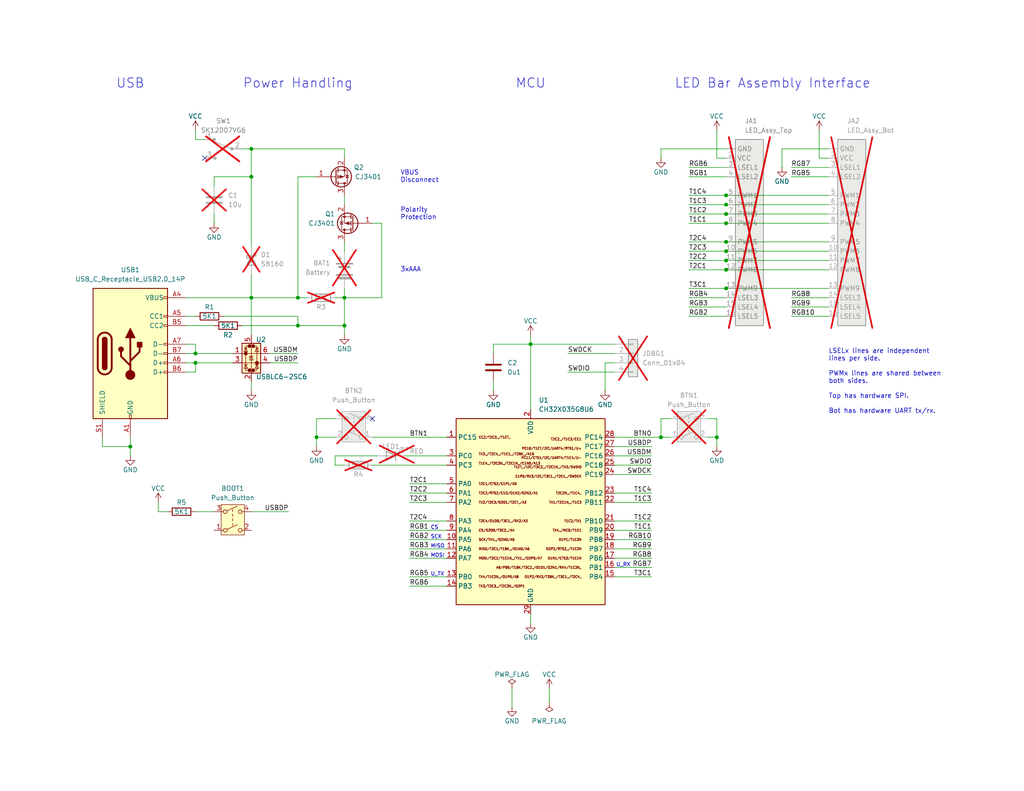
<source format=kicad_sch>
(kicad_sch (version 20231120) (generator "eeschema") (generator_version "8.0")
  (paper "USLetter")
  (lib_symbols
    (symbol "Connector:USB_C_Receptacle_USB2.0_14P" (pin_names (offset 1.016))
      (property "Reference" "J" (at 0 22.225 0))
      (property "Value" "USB_C_Receptacle_USB2.0_14P" (at 0 19.685 0))
      (symbol "USB_C_Receptacle_USB2.0_14P_0_0"
        (rectangle (start -0.254 -17.78) (end 0.254 -16.764))
        (rectangle (start 10.16 -4.826) (end 9.144 -5.334))
        (rectangle (start 10.16 -2.286) (end 9.144 -2.794))
        (rectangle (start 10.16 0.254) (end 9.144 -0.254))
        (rectangle (start 10.16 2.794) (end 9.144 2.286))
        (rectangle (start 10.16 7.874) (end 9.144 7.366))
        (rectangle (start 10.16 10.414) (end 9.144 9.906))
        (rectangle (start 10.16 15.494) (end 9.144 14.986))
      )
      (symbol "USB_C_Receptacle_USB2.0_14P_0_1"
        (rectangle (start -10.16 17.78) (end 10.16 -17.78) (stroke (width 0.254)) (fill (type background)))
        (arc (start -8.89 -3.81) (mid -6.985 -5.7067) (end -5.08 -3.81) (stroke (width 0.508)))
        (arc (start -7.62 -3.81) (mid -6.985 -4.4423) (end -6.35 -3.81) (stroke (width 0.254)))
        (arc (start -7.62 -3.81) (mid -6.985 -4.4423) (end -6.35 -3.81) (stroke (width 0.254)) (fill (type outline)))
        (rectangle (start -7.62 -3.81) (end -6.35 3.81) (stroke (width 0.254)) (fill (type outline)))
        (arc (start -6.35 3.81) (mid -6.985 4.4423) (end -7.62 3.81) (stroke (width 0.254)))
        (arc (start -6.35 3.81) (mid -6.985 4.4423) (end -7.62 3.81) (stroke (width 0.254)) (fill (type outline)))
        (arc (start -5.08 3.81) (mid -6.985 5.7067) (end -8.89 3.81) (stroke (width 0.508)))
        (circle (center -2.54 1.143) (radius 0.635) (stroke (width 0.254)) (fill (type outline)))
        (circle (center 0 -5.842) (radius 1.27) (fill (type outline)))
        (polyline (pts (xy -8.89 -3.81) (xy -8.89 3.81)) (stroke (width 0.508)))
        (polyline (pts (xy -5.08 3.81) (xy -5.08 -3.81)) (stroke (width 0.508)))
        (polyline (pts (xy 0 -5.842) (xy 0 4.318)) (stroke (width 0.508)))
        (polyline (pts (xy 0 -3.302) (xy -2.54 -0.762) (xy -2.54 0.508)) (stroke (width 0.508)))
        (polyline (pts (xy 0 -2.032) (xy 2.54 0.508) (xy 2.54 1.778)) (stroke (width 0.508)))
        (polyline (pts (xy -1.27 4.318) (xy 0 6.858) (xy 1.27 4.318) (xy -1.27 4.318)) (stroke (width 0.254)) (fill (type outline)))
        (rectangle (start 1.905 1.778) (end 3.175 3.048) (stroke (width 0.254)) (fill (type outline)))
      )
      (symbol "USB_C_Receptacle_USB2.0_14P_1_1"
        (pin passive line (at 0 -22.86 90) (length 5.08) (name "GND") (number "A1"))
        (pin passive line (at 0 -22.86 90) (length 5.08) hide (name "GND") (number "A12"))
        (pin passive line (at 15.24 15.24 180) (length 5.08) (name "VBUS") (number "A4"))
        (pin bidirectional line (at 15.24 10.16 180) (length 5.08) (name "CC1") (number "A5"))
        (pin bidirectional line (at 15.24 -2.54 180) (length 5.08) (name "D+") (number "A6"))
        (pin bidirectional line (at 15.24 2.54 180) (length 5.08) (name "D-") (number "A7"))
        (pin passive line (at 15.24 15.24 180) (length 5.08) hide (name "VBUS") (number "A9"))
        (pin passive line (at 0 -22.86 90) (length 5.08) hide (name "GND") (number "B1"))
        (pin passive line (at 0 -22.86 90) (length 5.08) hide (name "GND") (number "B12"))
        (pin passive line (at 15.24 15.24 180) (length 5.08) hide (name "VBUS") (number "B4"))
        (pin bidirectional line (at 15.24 7.62 180) (length 5.08) (name "CC2") (number "B5"))
        (pin bidirectional line (at 15.24 -5.08 180) (length 5.08) (name "D+") (number "B6"))
        (pin bidirectional line (at 15.24 0 180) (length 5.08) (name "D-") (number "B7"))
        (pin passive line (at 15.24 15.24 180) (length 5.08) hide (name "VBUS") (number "B9"))
        (pin passive line (at -7.62 -22.86 90) (length 5.08) (name "SHIELD") (number "S1"))
      )
    )
    (symbol "Connector_Generic:Conn_01x04" (pin_names (offset 1.016) hide)
      (property "Reference" "J" (at 0 5.08 0))
      (property "Value" "Conn_01x04" (at 0 -7.62 0))
      (symbol "Conn_01x04_1_1"
        (rectangle (start -1.27 -4.953) (end 0 -5.207) (stroke (width 0.1524)))
        (rectangle (start -1.27 -2.413) (end 0 -2.667) (stroke (width 0.1524)))
        (rectangle (start -1.27 0.127) (end 0 -0.127) (stroke (width 0.1524)))
        (rectangle (start -1.27 2.667) (end 0 2.413) (stroke (width 0.1524)))
        (rectangle (start -1.27 3.81) (end 1.27 -6.35) (stroke (width 0.254)) (fill (type background)))
        (pin passive line (at -5.08 2.54 0) (length 3.81) (name "Pin_1") (number "1"))
        (pin passive line (at -5.08 0 0) (length 3.81) (name "Pin_2") (number "2"))
        (pin passive line (at -5.08 -2.54 0) (length 3.81) (name "Pin_3") (number "3"))
        (pin passive line (at -5.08 -5.08 0) (length 3.81) (name "Pin_4") (number "4"))
      )
    )
    (symbol "Device:Battery" (pin_numbers hide) (pin_names (offset 0) hide)
      (property "Reference" "BT" (at 2.54 2.54 0))
      (property "Value" "Battery" (at 2.54 0 0))
      (symbol "Battery_0_1"
        (rectangle (start -2.286 -1.27) (end 2.286 -1.524) (fill (type outline)))
        (rectangle (start -2.286 1.778) (end 2.286 1.524) (fill (type outline)))
        (rectangle (start -1.524 -2.032) (end 1.524 -2.54) (fill (type outline)))
        (rectangle (start -1.524 1.016) (end 1.524 0.508) (fill (type outline)))
        (polyline (pts (xy 0 -1.016) (xy 0 -0.762)))
        (polyline (pts (xy 0 -0.508) (xy 0 -0.254)))
        (polyline (pts (xy 0 0) (xy 0 0.254)))
        (polyline (pts (xy 0 1.778) (xy 0 2.54)))
        (polyline (pts (xy 0.762 3.048) (xy 1.778 3.048)) (stroke (width 0.254)))
        (polyline (pts (xy 1.27 3.556) (xy 1.27 2.54)) (stroke (width 0.254)))
      )
      (symbol "Battery_1_1"
        (pin passive line (at 0 5.08 270) (length 2.54) (name "+") (number "1"))
        (pin passive line (at 0 -5.08 90) (length 2.54) (name "-") (number "2"))
      )
    )
    (symbol "Device:C" (pin_numbers hide) (pin_names (offset 0.254))
      (property "Reference" "C" (at 0.635 2.54 0))
      (property "Value" "C" (at 0.635 -2.54 0))
      (symbol "C_0_1"
        (polyline (pts (xy -2.032 -0.762) (xy 2.032 -0.762)) (stroke (width 0.508)))
        (polyline (pts (xy -2.032 0.762) (xy 2.032 0.762)) (stroke (width 0.508)))
      )
      (symbol "C_1_1"
        (pin passive line (at 0 3.81 270) (length 2.794) (name "~") (number "1"))
        (pin passive line (at 0 -3.81 90) (length 2.794) (name "~") (number "2"))
      )
    )
    (symbol "Device:D_Schottky" (pin_numbers hide) (pin_names (offset 1.016) hide)
      (property "Reference" "D" (at 0 2.54 0))
      (property "Value" "D_Schottky" (at 0 -2.54 0))
      (symbol "D_Schottky_0_1"
        (polyline (pts (xy 1.27 0) (xy -1.27 0)))
        (polyline (pts (xy 1.27 1.27) (xy 1.27 -1.27) (xy -1.27 0) (xy 1.27 1.27)) (stroke (width 0.254)))
        (polyline (pts (xy -1.905 0.635) (xy -1.905 1.27) (xy -1.27 1.27) (xy -1.27 -1.27) (xy -0.635 -1.27) (xy -0.635 -0.635)) (stroke (width 0.254)))
      )
      (symbol "D_Schottky_1_1"
        (pin passive line (at -3.81 0 0) (length 2.54) (name "K") (number "1"))
        (pin passive line (at 3.81 0 180) (length 2.54) (name "A") (number "2"))
      )
    )
    (symbol "Device:LED" (pin_numbers hide) (pin_names (offset 1.016) hide)
      (property "Reference" "D" (at 0 2.54 0))
      (property "Value" "LED" (at 0 -2.54 0))
      (symbol "LED_0_1"
        (polyline (pts (xy -1.27 -1.27) (xy -1.27 1.27)) (stroke (width 0.254)))
        (polyline (pts (xy -1.27 0) (xy 1.27 0)))
        (polyline (pts (xy 1.27 -1.27) (xy 1.27 1.27) (xy -1.27 0) (xy 1.27 -1.27)) (stroke (width 0.254)))
        (polyline (pts (xy -3.048 -0.762) (xy -4.572 -2.286) (xy -3.81 -2.286) (xy -4.572 -2.286) (xy -4.572 -1.524)))
        (polyline (pts (xy -1.778 -0.762) (xy -3.302 -2.286) (xy -2.54 -2.286) (xy -3.302 -2.286) (xy -3.302 -1.524)))
      )
      (symbol "LED_1_1"
        (pin passive line (at -3.81 0 0) (length 2.54) (name "K") (number "1"))
        (pin passive line (at 3.81 0 180) (length 2.54) (name "A") (number "2"))
      )
    )
    (symbol "Device:R" (pin_numbers hide) (pin_names (offset 0))
      (property "Reference" "R" (at 2.032 0 90))
      (property "Value" "R" (at 0 0 90))
      (symbol "R_0_1"
        (rectangle (start -1.016 -2.54) (end 1.016 2.54) (stroke (width 0.254)))
      )
      (symbol "R_1_1"
        (pin passive line (at 0 3.81 270) (length 1.27) (name "~") (number "1"))
        (pin passive line (at 0 -3.81 90) (length 1.27) (name "~") (number "2"))
      )
    )
    (symbol "LED_Assy_1"
      (property "Reference" "JA" (at -3.048 26.67 0))
      (property "Value" "LED_Assy" (at 6.858 26.924 0))
      (symbol "LED_Assy_1_0_1"
        (rectangle (start -3.81 25.4) (end 3.81 -25.4) (stroke (width 0.254)) (fill (type background)))
      )
      (symbol "LED_Assy_1_1_1"
        (pin power_in line (at -6.35 22.86 0) (length 2.54) (name "GND") (number "1"))
        (pin bidirectional line (at -6.35 -5.08 0) (length 2.54) (name "PWM6") (number "10"))
        (pin bidirectional line (at -6.35 -7.62 0) (length 2.54) (name "PWM7") (number "11"))
        (pin bidirectional line (at -6.35 -10.16 0) (length 2.54) (name "PWM8") (number "12"))
        (pin bidirectional line (at -6.35 -15.24 0) (length 2.54) (name "PWM9") (number "13"))
        (pin bidirectional line (at -6.35 -17.78 0) (length 2.54) (name "LSEL3") (number "14"))
        (pin bidirectional line (at -6.35 -20.32 0) (length 2.54) (name "LSEL4") (number "15"))
        (pin bidirectional line (at -6.35 -22.86 0) (length 2.54) (name "LSEL5") (number "16"))
        (pin power_in line (at -6.35 20.32 0) (length 2.54) (name "VCC") (number "2"))
        (pin bidirectional line (at -6.35 17.78 0) (length 2.54) (name "LSEL1") (number "3"))
        (pin bidirectional line (at -6.35 15.24 0) (length 2.54) (name "LSEL2") (number "4"))
        (pin bidirectional line (at -6.35 10.16 0) (length 2.54) (name "PWM1") (number "5"))
        (pin bidirectional line (at -6.35 7.62 0) (length 2.54) (name "PWM2") (number "6"))
        (pin bidirectional line (at -6.35 5.08 0) (length 2.54) (name "PWM3") (number "7"))
        (pin bidirectional line (at -6.35 2.54 0) (length 2.54) (name "PWM4") (number "8"))
        (pin bidirectional line (at -6.35 -2.54 0) (length 2.54) (name "PWM5") (number "9"))
      )
    )
    (symbol "Power_Protection:USBLC6-2SC6" (pin_names hide)
      (property "Reference" "U" (at 0.635 5.715 0))
      (property "Value" "USBLC6-2SC6" (at 0.635 3.81 0))
      (symbol "USBLC6-2SC6_0_0"
        (circle (center -1.524 0) (radius 0.0001) (stroke (width 0.508)))
        (circle (center -0.508 -4.572) (radius 0.0001) (stroke (width 0.508)))
        (circle (center -0.508 2.032) (radius 0.0001) (stroke (width 0.508)))
        (circle (center 0.508 -4.572) (radius 0.0001) (stroke (width 0.508)))
        (circle (center 0.508 2.032) (radius 0.0001) (stroke (width 0.508)))
        (circle (center 1.524 -2.54) (radius 0.0001) (stroke (width 0.508)))
      )
      (symbol "USBLC6-2SC6_0_1"
        (polyline (pts (xy -2.54 -2.54) (xy 2.54 -2.54)))
        (polyline (pts (xy -2.54 0) (xy 2.54 0)))
        (polyline (pts (xy -2.032 -3.048) (xy -1.016 -3.048)))
        (polyline (pts (xy -1.016 1.524) (xy -2.032 1.524)))
        (polyline (pts (xy 1.016 -3.048) (xy 2.032 -3.048)))
        (polyline (pts (xy 1.016 1.524) (xy 2.032 1.524)))
        (polyline (pts (xy -0.508 -1.143) (xy -0.508 -0.762) (xy 0.508 -0.762)))
        (polyline (pts (xy -2.032 0.508) (xy -1.016 0.508) (xy -1.524 1.524) (xy -2.032 0.508)))
        (polyline (pts (xy -1.016 -4.064) (xy -2.032 -4.064) (xy -1.524 -3.048) (xy -1.016 -4.064)))
        (polyline (pts (xy 0.508 -1.778) (xy -0.508 -1.778) (xy 0 -0.762) (xy 0.508 -1.778)))
        (polyline (pts (xy 2.032 -4.064) (xy 1.016 -4.064) (xy 1.524 -3.048) (xy 2.032 -4.064)))
        (polyline (pts (xy 2.032 0.508) (xy 1.016 0.508) (xy 1.524 1.524) (xy 2.032 0.508)))
        (polyline (pts (xy 0 2.54) (xy -0.508 2.032) (xy 0.508 2.032) (xy 0 1.524) (xy 0 -4.064) (xy -0.508 -4.572) (xy 0.508 -4.572) (xy 0 -5.08)))
      )
      (symbol "USBLC6-2SC6_1_1"
        (rectangle (start -2.54 2.794) (end 2.54 -5.334) (stroke (width 0.254)) (fill (type background)))
        (polyline (pts (xy -0.508 2.032) (xy -1.524 2.032) (xy -1.524 -4.572) (xy -0.508 -4.572)))
        (polyline (pts (xy 0.508 -4.572) (xy 1.524 -4.572) (xy 1.524 2.032) (xy 0.508 2.032)))
        (pin passive line (at -5.08 0 0) (length 2.54) (name "I/O1") (number "1"))
        (pin passive line (at 0 -7.62 90) (length 2.54) (name "GND") (number "2"))
        (pin passive line (at -5.08 -2.54 0) (length 2.54) (name "I/O2") (number "3"))
        (pin passive line (at 5.08 -2.54 180) (length 2.54) (name "I/O2") (number "4"))
        (pin passive line (at 0 5.08 270) (length 2.54) (name "VBUS") (number "5"))
        (pin passive line (at 5.08 0 180) (length 2.54) (name "I/O1") (number "6"))
      )
    )
    (symbol "Switch:SW_DPST" (pin_names (offset 0) hide)
      (property "Reference" "SW" (at 0 6.35 0))
      (property "Value" "SW_DPST" (at 0 -5.08 0))
      (symbol "SW_DPST_0_0"
        (circle (center -2.032 -2.54) (radius 0.508))
        (circle (center -2.032 2.54) (radius 0.508))
        (polyline (pts (xy -1.524 -2.286) (xy 1.27 -1.016)))
        (polyline (pts (xy -1.524 2.794) (xy 1.27 4.064)))
        (polyline (pts (xy 0 -1.27) (xy 0 -0.635)))
        (polyline (pts (xy 0 0) (xy 0 0.635)))
        (polyline (pts (xy 0 1.27) (xy 0 1.905)))
        (polyline (pts (xy 0 2.54) (xy 0 3.175)))
        (circle (center 2.032 -2.54) (radius 0.508))
        (circle (center 2.032 2.54) (radius 0.508))
      )
      (symbol "SW_DPST_1_1"
        (rectangle (start -3.175 4.445) (end 3.175 -3.81) (fill (type background)))
        (pin passive line (at -5.08 -2.54 0) (length 2.54) (name "1") (number "1"))
        (pin passive line (at 5.08 -2.54 180) (length 2.54) (name "2") (number "2"))
        (pin passive line (at -5.08 2.54 0) (length 2.54) (name "3") (number "3"))
        (pin passive line (at 5.08 2.54 180) (length 2.54) (name "4") (number "4"))
      )
    )
    (symbol "Transistor_FET:IRLML9301" (pin_names hide)
      (property "Reference" "Q" (at 5.08 1.905 0))
      (property "Value" "IRLML9301" (at 5.08 0 0))
      (symbol "IRLML9301_0_1"
        (polyline (pts (xy 0.254 0) (xy -2.54 0)))
        (polyline (pts (xy 0.254 1.905) (xy 0.254 -1.905)) (stroke (width 0.254)))
        (polyline (pts (xy 0.762 -1.27) (xy 0.762 -2.286)) (stroke (width 0.254)))
        (polyline (pts (xy 0.762 0.508) (xy 0.762 -0.508)) (stroke (width 0.254)))
        (polyline (pts (xy 0.762 2.286) (xy 0.762 1.27)) (stroke (width 0.254)))
        (polyline (pts (xy 2.54 2.54) (xy 2.54 1.778)))
        (polyline (pts (xy 2.54 -2.54) (xy 2.54 0) (xy 0.762 0)))
        (polyline (pts (xy 0.762 1.778) (xy 3.302 1.778) (xy 3.302 -1.778) (xy 0.762 -1.778)))
        (polyline (pts (xy 2.286 0) (xy 1.27 0.381) (xy 1.27 -0.381) (xy 2.286 0)) (fill (type outline)))
        (polyline (pts (xy 2.794 -0.508) (xy 2.921 -0.381) (xy 3.683 -0.381) (xy 3.81 -0.254)))
        (polyline (pts (xy 3.302 -0.381) (xy 2.921 0.254) (xy 3.683 0.254) (xy 3.302 -0.381)))
        (circle (center 1.651 0) (radius 2.794) (stroke (width 0.254)))
        (circle (center 2.54 -1.778) (radius 0.254) (fill (type outline)))
        (circle (center 2.54 1.778) (radius 0.254) (fill (type outline)))
      )
      (symbol "IRLML9301_1_1"
        (pin input line (at -5.08 0 0) (length 2.54) (name "G") (number "1"))
        (pin passive line (at 2.54 -5.08 90) (length 2.54) (name "S") (number "2"))
        (pin passive line (at 2.54 5.08 270) (length 2.54) (name "D") (number "3"))
      )
    )
    (symbol "_trueControl:CH32X035G8U6"
      (property "Reference" "U" (at -19.812 26.67 0))
      (property "Value" "CH32X035G8U6" (at 9.398 26.67 0))
      (symbol "CH32X035G8U6_0_1"
        (rectangle (start -20.32 25.4) (end 20.32 -25.4) (stroke (width 0.254)) (fill (type background)))
      )
      (symbol "CH32X035G8U6_1_1"
        (text "A9/PB5/T1BK/T3C2_/O1O1/O2N1/RX4/T1C3N_" (at 13.97 -15.24 0) (effects (font (size 0.635 0.635)) (justify right)))
        (text "C1P0/RX3/I2C/T3C1_/T2C1_/SWDCK" (at 13.97 9.652 0) (effects (font (size 0.635 0.635)) (justify right)))
        (text "CC2/T2C3_/T1ET_" (at -14.224 20.32 0) (effects (font (size 0.635 0.635)) (justify left)))
        (text "CS/O2O0/T3C2_/A4" (at -14.224 -5.08 0) (effects (font (size 0.635 0.635)) (justify left)))
        (text "MISO/T3C1/T1BK_/O1N0/A6" (at -14.224 -10.16 0) (effects (font (size 0.635 0.635)) (justify left)))
        (text "MOSI/T3C2/T1C1N_/TX1_/O2P0/A7" (at -14.224 -12.7 0) (effects (font (size 0.635 0.635)) (justify left)))
        (text "O1N1/CTS3/T1C1N" (at 13.97 -12.7 0) (effects (font (size 0.635 0.635)) (justify right)))
        (text "O1P1/T1C3N" (at 13.97 -7.62 0) (effects (font (size 0.635 0.635)) (justify right)))
        (text "O1P2/RX3/T2BK_/T3C1_/T2C4_" (at 13.97 -17.78 0) (effects (font (size 0.635 0.635)) (justify right)))
        (text "O2P2/RTS3_/T1C2N" (at 13.97 -10.16 0) (effects (font (size 0.635 0.635)) (justify right)))
        (text "PC10/T1ET/I2C/UART4/RTS1/U+" (at 13.97 17.272 0) (effects (font (size 0.635 0.635)) (justify right)))
        (text "PC11/CTS1/I2C/UART4/T1C4/U-" (at 13.97 14.732 0) (effects (font (size 0.635 0.635)) (justify right)))
        (text "SCK/TX4_/O2N0/A5" (at -14.224 -7.62 0) (effects (font (size 0.635 0.635)) (justify left)))
        (text "T1C2/TX1" (at 13.97 -2.54 0) (effects (font (size 0.635 0.635)) (justify right)))
        (text "T1C4_/T2C3N_/T2C1N_/C1N0/A13" (at -14.224 13.208 0) (effects (font (size 0.635 0.635)) (justify left)))
        (text "T1ET_/I2C/T3C2_/T2C1N_/TX3/SWDIO" (at 13.97 12.192 0) (effects (font (size 0.635 0.635)) (justify right)))
        (text "T2C1/CTS2/C1P1/A0" (at -14.224 7.62 0) (effects (font (size 0.635 0.635)) (justify left)))
        (text "T2C2/RTS2/C1O/O1N2/O2N2/A1" (at -14.224 5.08 0) (effects (font (size 0.635 0.635)) (justify left)))
        (text "T2C2_/T1C3/CC1" (at 13.97 19.812 0) (effects (font (size 0.635 0.635)) (justify right)))
        (text "T2C2N_/T1C4_" (at 13.97 5.08 0) (effects (font (size 0.635 0.635)) (justify right)))
        (text "T2C4/O1O0/T3C1_/RX2/A3" (at -14.224 -2.54 0) (effects (font (size 0.635 0.635)) (justify left)))
        (text "TX1/T2C1N_/T1C3" (at 13.97 2.54 0) (effects (font (size 0.635 0.635)) (justify right)))
        (text "TX2/T2C3/O2O1/T2ET_/A2" (at -14.224 2.54 0) (effects (font (size 0.635 0.635)) (justify left)))
        (text "TX2_/T2C4_/T1C1_/T2BK_/A10" (at -14.224 15.748 0) (effects (font (size 0.635 0.635)) (justify left)))
        (text "TX3/T2C3_/T2C3N_/O2P1" (at -14.224 -20.32 0) (effects (font (size 0.635 0.635)) (justify left)))
        (text "TX4/T1C2N_/O1P0/A8" (at -14.224 -17.78 0) (effects (font (size 0.635 0.635)) (justify left)))
        (text "TX4_/MCO/T1C1" (at 13.97 -5.08 0) (effects (font (size 0.635 0.635)) (justify right)))
        (pin bidirectional line (at -22.86 20.32 0) (length 2.54) (name "PC15") (number "1"))
        (pin bidirectional line (at -22.86 -7.62 0) (length 2.54) (name "PA5") (number "10"))
        (pin bidirectional line (at -22.86 -10.16 0) (length 2.54) (name "PA6") (number "11"))
        (pin bidirectional line (at -22.86 -12.7 0) (length 2.54) (name "PA7") (number "12"))
        (pin bidirectional line (at -22.86 -17.78 0) (length 2.54) (name "PB0") (number "13"))
        (pin bidirectional line (at -22.86 -20.32 0) (length 2.54) (name "PB3") (number "14"))
        (pin bidirectional line (at 22.86 -17.78 180) (length 2.54) (name "PB4") (number "15"))
        (pin bidirectional line (at 22.86 -15.24 180) (length 2.54) (name "PB1") (number "16"))
        (pin bidirectional line (at 22.86 -12.7 180) (length 2.54) (name "PB6") (number "17"))
        (pin bidirectional line (at 22.86 -10.16 180) (length 2.54) (name "PB7") (number "18"))
        (pin bidirectional line (at 22.86 -7.62 180) (length 2.54) (name "PB8") (number "19"))
        (pin power_in line (at 0 27.94 270) (length 2.54) (name "VDD") (number "2"))
        (pin bidirectional line (at 22.86 -5.08 180) (length 2.54) (name "PB9") (number "20"))
        (pin bidirectional line (at 22.86 -2.54 180) (length 2.54) (name "PB10") (number "21"))
        (pin bidirectional line (at 22.86 2.54 180) (length 2.54) (name "PB11") (number "22"))
        (pin bidirectional line (at 22.86 5.08 180) (length 2.54) (name "PB12") (number "23"))
        (pin bidirectional line (at 22.86 10.16 180) (length 2.54) (name "PC19") (number "24"))
        (pin bidirectional line (at 22.86 12.7 180) (length 2.54) (name "PC18") (number "25"))
        (pin bidirectional line (at 22.86 15.24 180) (length 2.54) (name "PC16") (number "26"))
        (pin bidirectional line (at 22.86 17.78 180) (length 2.54) (name "PC17") (number "27"))
        (pin bidirectional line (at 22.86 20.32 180) (length 2.54) (name "PC14") (number "28"))
        (pin power_in line (at 0 -27.94 90) (length 2.54) (name "GND") (number "29"))
        (pin bidirectional line (at -22.86 15.24 0) (length 2.54) (name "PC0") (number "3"))
        (pin bidirectional line (at -22.86 12.7 0) (length 2.54) (name "PC3") (number "4"))
        (pin bidirectional line (at -22.86 7.62 0) (length 2.54) (name "PA0") (number "5"))
        (pin bidirectional line (at -22.86 5.08 0) (length 2.54) (name "PA1") (number "6"))
        (pin bidirectional line (at -22.86 2.54 0) (length 2.54) (name "PA2") (number "7"))
        (pin bidirectional line (at -22.86 -2.54 0) (length 2.54) (name "PA3") (number "8"))
        (pin bidirectional line (at -22.86 -5.08 0) (length 2.54) (name "PA4") (number "9"))
      )
    )
    (symbol "_trueControl:LED_Assy"
      (property "Reference" "JA" (at -3.048 26.67 0))
      (property "Value" "LED_Assy" (at 6.858 26.924 0))
      (symbol "LED_Assy_0_1"
        (rectangle (start -3.81 25.4) (end 3.81 -25.4) (stroke (width 0.254)) (fill (type background)))
      )
      (symbol "LED_Assy_1_1"
        (pin power_in line (at -6.35 22.86 0) (length 2.54) (name "GND") (number "1"))
        (pin bidirectional line (at -6.35 -5.08 0) (length 2.54) (name "PWM6") (number "10"))
        (pin bidirectional line (at -6.35 -7.62 0) (length 2.54) (name "PWM7") (number "11"))
        (pin bidirectional line (at -6.35 -10.16 0) (length 2.54) (name "PWM8") (number "12"))
        (pin bidirectional line (at -6.35 -15.24 0) (length 2.54) (name "PWM9") (number "13"))
        (pin bidirectional line (at -6.35 -17.78 0) (length 2.54) (name "LSEL3") (number "14"))
        (pin bidirectional line (at -6.35 -20.32 0) (length 2.54) (name "LSEL4") (number "15"))
        (pin bidirectional line (at -6.35 -22.86 0) (length 2.54) (name "LSEL5") (number "16"))
        (pin power_in line (at -6.35 20.32 0) (length 2.54) (name "VCC") (number "2"))
        (pin bidirectional line (at -6.35 17.78 0) (length 2.54) (name "LSEL1") (number "3"))
        (pin bidirectional line (at -6.35 15.24 0) (length 2.54) (name "LSEL2") (number "4"))
        (pin bidirectional line (at -6.35 10.16 0) (length 2.54) (name "PWM1") (number "5"))
        (pin bidirectional line (at -6.35 7.62 0) (length 2.54) (name "PWM2") (number "6"))
        (pin bidirectional line (at -6.35 5.08 0) (length 2.54) (name "PWM3") (number "7"))
        (pin bidirectional line (at -6.35 2.54 0) (length 2.54) (name "PWM4") (number "8"))
        (pin bidirectional line (at -6.35 -2.54 0) (length 2.54) (name "PWM5") (number "9"))
      )
    )
    (symbol "dk_Slide-Switches:EG1218" (pin_names (offset 0))
      (property "Reference" "S" (at -3.81 2.286 0))
      (property "Value" "EG1218" (at 0 -5.334 0))
      (symbol "EG1218_0_1"
        (circle (center -2.286 0) (radius 0.3556) (fill (type outline)))
        (polyline (pts (xy -2.032 0) (xy 3.048 2.286)))
        (circle (center 2.286 -2.54) (radius 0.3556) (fill (type outline)))
        (circle (center 2.54 2.54) (radius 0.3556) (fill (type outline)))
      )
      (symbol "EG1218_1_1"
        (pin passive line (at 5.08 2.54 180) (length 2.54) (name "~") (number "1"))
        (pin passive line (at -5.08 0 0) (length 2.54) (name "~") (number "2"))
        (pin passive line (at 5.08 -2.54 180) (length 2.54) (name "~") (number "3"))
      )
    )
    (symbol "power:+3.3V" (power) (pin_numbers hide) (pin_names (offset 0) hide)
      (property "Value" "+3.3V" (at 0 3.556 0))
      (symbol "+3.3V_0_1"
        (polyline (pts (xy -0.762 1.27) (xy 0 2.54)))
        (polyline (pts (xy 0 0) (xy 0 2.54)))
        (polyline (pts (xy 0 2.54) (xy 0.762 1.27)))
      )
      (symbol "+3.3V_1_1"
        (pin power_in line (at 0 0 90) (length 0) (name "~") (number "1"))
      )
    )
    (symbol "power:GND" (power) (pin_numbers hide) (pin_names (offset 0) hide)
      (property "Value" "GND" (at 0 -3.81 0))
      (symbol "GND_0_1"
        (polyline (pts (xy 0 0) (xy 0 -1.27) (xy 1.27 -1.27) (xy 0 -2.54) (xy -1.27 -1.27) (xy 0 -1.27)))
      )
      (symbol "GND_1_1"
        (pin power_in line (at 0 0 270) (length 0) (name "~") (number "1"))
      )
    )
    (symbol "power:PWR_FLAG" (power) (pin_numbers hide) (pin_names (offset 0) hide)
      (property "Value" "PWR_FLAG" (at 0 3.81 0))
      (symbol "PWR_FLAG_0_0"
        (pin power_out line (at 0 0 90) (length 0) (name "~") (number "1"))
      )
      (symbol "PWR_FLAG_0_1"
        (polyline (pts (xy 0 0) (xy 0 1.27) (xy -1.016 1.905) (xy 0 2.54) (xy 1.016 1.905) (xy 0 1.27)))
      )
    )
  )
  (junction (at 35.56 121.92))
  (junction (at 198.12 58.42))
  (junction (at 198.12 53.34))
  (junction (at 195.58 119.38))
  (junction (at 198.12 73.66))
  (junction (at 81.28 88.9))
  (junction (at 93.98 88.9))
  (junction (at 86.36 119.38))
  (junction (at 53.34 96.52))
  (junction (at 68.58 40.64))
  (junction (at 68.58 48.26))
  (junction (at 144.78 93.98))
  (junction (at 53.34 99.06))
  (junction (at 198.12 68.58))
  (junction (at 198.12 66.04))
  (junction (at 93.98 81.28))
  (junction (at 68.58 81.28))
  (junction (at 81.28 81.28))
  (junction (at 198.12 78.74))
  (junction (at 198.12 55.88))
  (junction (at 180.34 119.38))
  (junction (at 198.12 71.12))
  (junction (at 198.12 60.96))
  (no_connect (at 55.88 43.18))
  (no_connect (at 101.6 114.3))
  (wire (pts (xy 73.66 99.06) (xy 81.28 99.06)))
  (wire (pts (xy 195.58 119.38) (xy 195.58 121.92)))
  (wire (pts (xy 198.12 58.42) (xy 226.06 58.42)))
  (wire (pts (xy 134.62 93.98) (xy 134.62 96.52)))
  (wire (pts (xy 53.34 99.06) (xy 63.5 99.06)))
  (wire (pts (xy 68.58 104.14) (xy 68.58 106.68)))
  (wire (pts (xy 167.64 147.32) (xy 177.8 147.32)))
  (wire (pts (xy 53.34 93.98) (xy 53.34 96.52)))
  (wire (pts (xy 53.34 35.56) (xy 53.34 38.1)))
  (wire (pts (xy 43.18 137.16) (xy 43.18 139.7)))
  (wire (pts (xy 144.78 91.44) (xy 144.78 93.98)))
  (wire (pts (xy 187.96 66.04) (xy 198.12 66.04)))
  (wire (pts (xy 215.9 83.82) (xy 226.06 83.82)))
  (wire (pts (xy 111.76 137.16) (xy 121.92 137.16)))
  (wire (pts (xy 91.44 124.46) (xy 102.87 124.46)))
  (wire (pts (xy 149.86 187.96) (xy 149.86 191.77)))
  (wire (pts (xy 213.36 40.64) (xy 213.36 45.72)))
  (wire (pts (xy 53.34 96.52) (xy 63.5 96.52)))
  (wire (pts (xy 93.98 127) (xy 91.44 127)))
  (wire (pts (xy 58.42 48.26) (xy 58.42 50.8)))
  (wire (pts (xy 198.12 78.74) (xy 226.06 78.74)))
  (wire (pts (xy 187.96 71.12) (xy 198.12 71.12)))
  (wire (pts (xy 91.44 81.28) (xy 93.98 81.28)))
  (wire (pts (xy 198.12 53.34) (xy 226.06 53.34)))
  (wire (pts (xy 167.64 152.4) (xy 177.8 152.4)))
  (wire (pts (xy 43.18 139.7) (xy 45.72 139.7)))
  (wire (pts (xy 111.76 160.02) (xy 121.92 160.02)))
  (wire (pts (xy 167.64 127) (xy 177.8 127)))
  (wire (pts (xy 93.98 43.18) (xy 93.98 40.64)))
  (wire (pts (xy 58.42 58.42) (xy 58.42 60.96)))
  (wire (pts (xy 187.96 45.72) (xy 198.12 45.72)))
  (wire (pts (xy 68.58 74.93) (xy 68.58 81.28)))
  (wire (pts (xy 139.7 187.96) (xy 139.7 193.04)))
  (wire (pts (xy 93.98 81.28) (xy 93.98 88.9)))
  (wire (pts (xy 81.28 88.9) (xy 93.98 88.9)))
  (wire (pts (xy 180.34 40.64) (xy 198.12 40.64)))
  (wire (pts (xy 111.76 132.08) (xy 121.92 132.08)))
  (wire (pts (xy 198.12 73.66) (xy 226.06 73.66)))
  (wire (pts (xy 93.98 68.58) (xy 93.98 66.04)))
  (wire (pts (xy 81.28 81.28) (xy 83.82 81.28)))
  (wire (pts (xy 187.96 73.66) (xy 198.12 73.66)))
  (wire (pts (xy 215.9 45.72) (xy 226.06 45.72)))
  (wire (pts (xy 187.96 60.96) (xy 198.12 60.96)))
  (wire (pts (xy 101.6 119.38) (xy 121.92 119.38)))
  (wire (pts (xy 198.12 71.12) (xy 226.06 71.12)))
  (wire (pts (xy 50.8 101.6) (xy 53.34 101.6)))
  (wire (pts (xy 68.58 48.26) (xy 68.58 67.31)))
  (wire (pts (xy 167.64 137.16) (xy 177.8 137.16)))
  (wire (pts (xy 81.28 88.9) (xy 81.28 86.36)))
  (wire (pts (xy 134.62 104.14) (xy 134.62 106.68)))
  (wire (pts (xy 27.94 119.38) (xy 27.94 121.92)))
  (wire (pts (xy 144.78 93.98) (xy 167.64 93.98)))
  (wire (pts (xy 53.34 99.06) (xy 53.34 101.6)))
  (wire (pts (xy 104.14 81.28) (xy 93.98 81.28)))
  (wire (pts (xy 101.6 127) (xy 121.92 127)))
  (wire (pts (xy 68.58 81.28) (xy 68.58 91.44)))
  (wire (pts (xy 111.76 142.24) (xy 121.92 142.24)))
  (wire (pts (xy 223.52 35.56) (xy 223.52 43.18)))
  (wire (pts (xy 86.36 48.26) (xy 81.28 48.26)))
  (wire (pts (xy 111.76 149.86) (xy 121.92 149.86)))
  (wire (pts (xy 198.12 60.96) (xy 226.06 60.96)))
  (wire (pts (xy 187.96 68.58) (xy 198.12 68.58)))
  (wire (pts (xy 187.96 81.28) (xy 198.12 81.28)))
  (wire (pts (xy 104.14 60.96) (xy 104.14 81.28)))
  (wire (pts (xy 111.76 134.62) (xy 121.92 134.62)))
  (wire (pts (xy 182.88 114.3) (xy 180.34 114.3)))
  (wire (pts (xy 215.9 81.28) (xy 226.06 81.28)))
  (wire (pts (xy 81.28 48.26) (xy 81.28 81.28)))
  (wire (pts (xy 27.94 121.92) (xy 35.56 121.92)))
  (wire (pts (xy 91.44 119.38) (xy 86.36 119.38)))
  (wire (pts (xy 111.76 144.78) (xy 121.92 144.78)))
  (wire (pts (xy 35.56 121.92) (xy 35.56 124.46)))
  (wire (pts (xy 180.34 119.38) (xy 182.88 119.38)))
  (wire (pts (xy 187.96 58.42) (xy 198.12 58.42)))
  (wire (pts (xy 66.04 40.64) (xy 68.58 40.64)))
  (wire (pts (xy 195.58 43.18) (xy 198.12 43.18)))
  (wire (pts (xy 213.36 40.64) (xy 226.06 40.64)))
  (wire (pts (xy 93.98 78.74) (xy 93.98 81.28)))
  (wire (pts (xy 50.8 96.52) (xy 53.34 96.52)))
  (wire (pts (xy 180.34 40.64) (xy 180.34 43.18)))
  (wire (pts (xy 167.64 121.92) (xy 177.8 121.92)))
  (wire (pts (xy 86.36 119.38) (xy 86.36 121.92)))
  (wire (pts (xy 167.64 144.78) (xy 177.8 144.78)))
  (wire (pts (xy 167.64 154.94) (xy 177.8 154.94)))
  (wire (pts (xy 215.9 86.36) (xy 226.06 86.36)))
  (wire (pts (xy 144.78 93.98) (xy 134.62 93.98)))
  (wire (pts (xy 167.64 124.46) (xy 177.8 124.46)))
  (wire (pts (xy 53.34 139.7) (xy 58.42 139.7)))
  (wire (pts (xy 81.28 81.28) (xy 68.58 81.28)))
  (wire (pts (xy 187.96 83.82) (xy 198.12 83.82)))
  (wire (pts (xy 167.64 149.86) (xy 177.8 149.86)))
  (wire (pts (xy 68.58 40.64) (xy 93.98 40.64)))
  (wire (pts (xy 180.34 114.3) (xy 180.34 119.38)))
  (wire (pts (xy 68.58 139.7) (xy 78.74 139.7)))
  (wire (pts (xy 50.8 81.28) (xy 68.58 81.28)))
  (wire (pts (xy 195.58 35.56) (xy 195.58 43.18)))
  (wire (pts (xy 35.56 119.38) (xy 35.56 121.92)))
  (wire (pts (xy 187.96 48.26) (xy 198.12 48.26)))
  (wire (pts (xy 93.98 88.9) (xy 93.98 91.44)))
  (wire (pts (xy 111.76 147.32) (xy 121.92 147.32)))
  (wire (pts (xy 53.34 38.1) (xy 55.88 38.1)))
  (wire (pts (xy 187.96 55.88) (xy 198.12 55.88)))
  (wire (pts (xy 93.98 53.34) (xy 93.98 55.88)))
  (wire (pts (xy 60.96 86.36) (xy 81.28 86.36)))
  (wire (pts (xy 223.52 43.18) (xy 226.06 43.18)))
  (wire (pts (xy 154.94 101.6) (xy 167.64 101.6)))
  (wire (pts (xy 167.64 157.48) (xy 177.8 157.48)))
  (wire (pts (xy 167.64 142.24) (xy 177.8 142.24)))
  (wire (pts (xy 154.94 96.52) (xy 167.64 96.52)))
  (wire (pts (xy 187.96 53.34) (xy 198.12 53.34)))
  (wire (pts (xy 50.8 99.06) (xy 53.34 99.06)))
  (wire (pts (xy 193.04 114.3) (xy 195.58 114.3)))
  (wire (pts (xy 167.64 134.62) (xy 177.8 134.62)))
  (wire (pts (xy 50.8 93.98) (xy 53.34 93.98)))
  (wire (pts (xy 165.1 99.06) (xy 167.64 99.06)))
  (wire (pts (xy 86.36 114.3) (xy 86.36 119.38)))
  (wire (pts (xy 68.58 40.64) (xy 68.58 48.26)))
  (wire (pts (xy 198.12 66.04) (xy 226.06 66.04)))
  (wire (pts (xy 73.66 96.52) (xy 81.28 96.52)))
  (wire (pts (xy 91.44 114.3) (xy 86.36 114.3)))
  (wire (pts (xy 198.12 55.88) (xy 226.06 55.88)))
  (wire (pts (xy 110.49 124.46) (xy 121.92 124.46)))
  (wire (pts (xy 198.12 68.58) (xy 226.06 68.58)))
  (wire (pts (xy 111.76 152.4) (xy 121.92 152.4)))
  (wire (pts (xy 144.78 167.64) (xy 144.78 170.18)))
  (wire (pts (xy 111.76 157.48) (xy 121.92 157.48)))
  (wire (pts (xy 58.42 48.26) (xy 68.58 48.26)))
  (wire (pts (xy 215.9 48.26) (xy 226.06 48.26)))
  (wire (pts (xy 101.6 60.96) (xy 104.14 60.96)))
  (wire (pts (xy 187.96 86.36) (xy 198.12 86.36)))
  (wire (pts (xy 187.96 78.74) (xy 198.12 78.74)))
  (wire (pts (xy 167.64 129.54) (xy 177.8 129.54)))
  (wire (pts (xy 195.58 114.3) (xy 195.58 119.38)))
  (wire (pts (xy 50.8 88.9) (xy 58.42 88.9)))
  (wire (pts (xy 165.1 99.06) (xy 165.1 106.68)))
  (wire (pts (xy 167.64 119.38) (xy 180.34 119.38)))
  (wire (pts (xy 91.44 127) (xy 91.44 124.46)))
  (wire (pts (xy 50.8 86.36) (xy 53.34 86.36)))
  (wire (pts (xy 144.78 93.98) (xy 144.78 111.76)))
  (wire (pts (xy 193.04 119.38) (xy 195.58 119.38)))
  (wire (pts (xy 66.04 88.9) (xy 81.28 88.9)))
  (text "U_TX" (at 117.475 156.845 0) (effects (font (size 1.016 1.016)) (justify left)))
  (text "U_RX" (at 172.085 154.305 0) (effects (font (size 1.016 1.016)) (justify right)))
  (text "Polarity\nProtection" (at 109.22 58.42 0) (effects (font (size 1.27 1.27)) (justify left)))
  (text "SCK" (at 117.475 146.685 0) (effects (font (size 1.016 1.016)) (justify left)))
  (text "LSELx lines are independent\nlines per side.\n\nPWMx lines are shared between\nboth sides.\n\nTop has hardware SPI.\n\nBot has hardware UART tx/rx." (at 226.06 104.14 0) (effects (font (size 1.27 1.27)) (justify left)))
  (text "LED Bar Assembly Interface" (at 210.82 22.86 0) (effects (font (size 2.54 2.54))))
  (text "USB" (at 35.56 22.86 0) (effects (font (size 2.54 2.54))))
  (text "MISO" (at 117.475 149.225 0) (effects (font (size 1.016 1.016)) (justify left)))
  (text "MCU" (at 144.78 22.86 0) (effects (font (size 2.54 2.54))))
  (text "MOSI" (at 117.475 151.765 0) (effects (font (size 1.016 1.016)) (justify left)))
  (text "VBUS\nDisconnect" (at 109.22 48.26 0) (effects (font (size 1.27 1.27)) (justify left)))
  (text "CS" (at 117.475 144.145 0) (effects (font (size 1.016 1.016)) (justify left)))
  (text "3xAAA" (at 109.22 73.66 0) (effects (font (size 1.27 1.27)) (justify left)))
  (text "Power Handling" (at 81.28 22.86 0) (effects (font (size 2.54 2.54))))
  (label "RGB4" (at 111.76 152.4 0))
  (label "T3C1" (at 187.96 78.74 0))
  (label "RGB6" (at 187.96 45.72 0))
  (label "USBDP" (at 78.74 139.7 180))
  (label "T2C2" (at 111.76 134.62 0))
  (label "T3C1" (at 177.8 157.48 180))
  (label "T2C4" (at 111.76 142.24 0))
  (label "USBDP" (at 81.28 99.06 180))
  (label "RGB10" (at 215.9 86.36 0))
  (label "SWDCK" (at 177.8 129.54 180))
  (label "USBDP" (at 177.8 121.92 180))
  (label "RGB3" (at 187.96 83.82 0))
  (label "RGB9" (at 177.8 149.86 180))
  (label "BTN1" (at 111.76 119.38 0))
  (label "T1C3" (at 177.8 137.16 180))
  (label "RGB7" (at 177.8 154.94 180))
  (label "T1C2" (at 187.96 58.42 0))
  (label "RGB7" (at 215.9 45.72 0))
  (label "SWDIO" (at 177.8 127 180))
  (label "T2C2" (at 187.96 71.12 0))
  (label "T2C3" (at 187.96 68.58 0))
  (label "RGB6" (at 111.76 160.02 0))
  (label "T1C1" (at 187.96 60.96 0))
  (label "RGB2" (at 187.96 86.36 0))
  (label "T2C1" (at 111.76 132.08 0))
  (label "T1C3" (at 187.96 55.88 0))
  (label "RGB8" (at 215.9 81.28 0))
  (label "USBDM" (at 177.8 124.46 180))
  (label "RGB5" (at 111.76 157.48 0))
  (label "RGB1" (at 187.96 48.26 0))
  (label "RGB4" (at 187.96 81.28 0))
  (label "T1C4" (at 187.96 53.34 0))
  (label "RGB5" (at 215.9 48.26 0))
  (label "T1C1" (at 177.8 144.78 180))
  (label "RGB10" (at 177.8 147.32 180))
  (label "T2C1" (at 187.96 73.66 0))
  (label "RGB2" (at 111.76 147.32 0))
  (label "T2C3" (at 111.76 137.16 0))
  (label "T2C4" (at 187.96 66.04 0))
  (label "USBDM" (at 81.28 96.52 180))
  (label "T1C4" (at 177.8 134.62 180))
  (label "T1C2" (at 177.8 142.24 180))
  (label "SWDCK" (at 154.94 96.52 0))
  (label "BTN0" (at 177.8 119.38 180))
  (label "RGB8" (at 177.8 152.4 180))
  (label "RGB3" (at 111.76 149.86 0))
  (label "RGB9" (at 215.9 83.82 0))
  (label "RGB1" (at 111.76 144.78 0))
  (label "SWDIO" (at 154.94 101.6 0))
  (symbol (lib_id "power:GND") (at 68.58 106.68 0) (unit 1)
    (property "Reference" "#PWR01" (effects (hide yes)))
    (property "Value" "GND" (at 68.58 110.49 0))
    (property "Description" "Power symbol creates a global label with name \"GND\" , ground" (effects (hide yes)))
  )
  (symbol (lib_id "power:GND") (at 86.36 121.92 0) (unit 1)
    (property "Reference" "#PWR010" (effects (hide yes)))
    (property "Value" "GND" (at 86.36 125.73 0))
    (property "Description" "Power symbol creates a global label with name \"GND\" , ground" (effects (hide yes)))
  )
  (symbol (lib_id "Transistor_FET:IRLML9301") (at 96.52 60.96 180) (unit 1)
    (property "Reference" "Q1" (at 91.44 58.42 0) (effects (justify left)))
    (property "Value" "CJ3401" (at 91.44 60.96 0) (effects (justify left)))
    (property "Footprint" "Package_TO_SOT_SMD:SOT-23" (effects (hide yes)))
    (property "Datasheet" "https://www.infineon.com/dgdl/irlml9301pbf.pdf?fileId=5546d462533600a401535668e5e42640" (effects (hide yes)))
    (property "Description" "-3.6A Id, -30V Vds, 64mOhm Rds, P-Channel HEXFET Power MOSFET, SOT-23" (effects (hide yes)))
    (property "LCSC" "C13799" (effects (hide yes)))
  )
  (symbol (lib_id "power:GND") (at 144.78 170.18 0) (unit 1)
    (property "Reference" "#PWR03" (effects (hide yes)))
    (property "Value" "GND" (at 144.78 173.99 0))
    (property "Description" "Power symbol creates a global label with name \"GND\" , ground" (effects (hide yes)))
  )
  (symbol (lib_id "_trueControl:LED_Assy") (at 232.41 63.5 0) (unit 1) (dnp yes)
    (property "Reference" "JA2" (at 231.14 33.02 0) (effects (justify left)))
    (property "Value" "LED_Assy_Bot" (at 231.14 35.56 0) (effects (justify left)))
    (property "Footprint" "_trueControl:Stacking_Module_16P_REV2" (effects (hide yes)))
  )
  (symbol (lib_id "power:PWR_FLAG") (at 149.86 191.77 180) (unit 1)
    (property "Reference" "#FLG01" (effects (hide yes)))
    (property "Value" "PWR_FLAG" (at 149.86 196.85 0))
    (property "Description" "Special symbol for telling ERC where power comes from" (effects (hide yes)))
  )
  (symbol (lib_id "Device:Battery") (at 93.98 73.66 0) (mirror y) (unit 1) (dnp yes)
    (property "Reference" "BAT1" (at 90.17 71.8184 0) (effects (justify left)))
    (property "Value" "Battery" (at 90.17 74.3584 0) (effects (justify left)))
    (property "Footprint" "_trueControl:MYOUNG BH-AAA-Axxx024" (effects (hide yes)))
    (property "LCSC" "C5290193" (effects (hide yes)))
  )
  (symbol (lib_id "Device:C") (at 134.62 100.33 180) (unit 1)
    (property "Reference" "C2" (at 138.43 99.0599 0) (effects (justify right)))
    (property "Value" "0u1" (at 138.43 101.5999 0) (effects (justify right)))
    (property "Footprint" "Capacitor_SMD:C_0603_1608Metric_Pad1.08x0.95mm_HandSolder" (effects (hide yes)))
    (property "Description" "Unpolarized capacitor" (effects (hide yes)))
    (property "LCSC" "C1591" (effects (hide yes)))
  )
  (symbol (lib_id "Connector_Generic:Conn_01x04") (at 172.72 96.52 0) (unit 1) (dnp yes)
    (property "Reference" "JDBG1" (at 175.26 96.5199 0) (effects (justify left)))
    (property "Value" "Conn_01x04" (at 175.26 99.0599 0) (effects (justify left)))
    (property "Footprint" "Connector_PinHeader_2.54mm:PinHeader_1x04_P2.54mm_Vertical" (effects (hide yes)))
    (property "Description" "Generic connector, single row, 01x04, script generated (kicad-library-utils/schlib/autogen/connector/)" (effects (hide yes)))
  )
  (symbol (lib_id "power:GND") (at 180.34 43.18 0) (unit 1)
    (property "Reference" "#PWR014" (effects (hide yes)))
    (property "Value" "GND" (at 180.34 46.99 0))
    (property "Description" "Power symbol creates a global label with name \"GND\" , ground" (effects (hide yes)))
  )
  (symbol (lib_id "Switch:SW_DPST") (at 187.96 116.84 0) (unit 1) (dnp yes)
    (property "Reference" "BTN1" (at 187.96 107.95 0))
    (property "Value" "Push_Button" (at 187.96 110.49 0))
    (property "Footprint" "Button_Switch_THT:SW_PUSH_6mm" (effects (hide yes)))
    (property "LCSC" "C2845244" (effects (hide yes)))
  )
  (symbol (lib_id "Switch:SW_DPST") (at 63.5 142.24 0) (unit 1)
    (property "Reference" "BOOT1" (at 63.5 133.35 0))
    (property "Value" "Push_Button" (at 63.5 135.89 0))
    (property "Footprint" "_trueControl:TactSw_Hanbo_TS-KG057S-BT34F" (effects (hide yes)))
    (property "LCSC" "C2874403" (effects (hide yes)))
  )
  (symbol (lib_id "power:GND") (at 139.7 193.04 0) (unit 1)
    (property "Reference" "#PWR017" (effects (hide yes)))
    (property "Value" "GND" (at 139.7 196.85 0))
    (property "Description" "Power symbol creates a global label with name \"GND\" , ground" (effects (hide yes)))
  )
  (symbol (lib_id "power:GND") (at 93.98 91.44 0) (unit 1)
    (property "Reference" "#PWR06" (effects (hide yes)))
    (property "Value" "GND" (at 93.98 95.25 0))
    (property "Description" "Power symbol creates a global label with name \"GND\" , ground" (effects (hide yes)))
  )
  (symbol (lib_id "Connector:USB_C_Receptacle_USB2.0_14P") (at 35.56 96.52 0) (unit 1)
    (property "Reference" "USB1" (at 35.56 73.66 0))
    (property "Value" "USB_C_Receptacle_USB2.0_14P" (at 35.56 76.2 0))
    (property "Footprint" "Connector_USB:USB_C_Receptacle_HRO_TYPE-C-31-M-12" (effects (hide yes)))
    (property "Datasheet" "https://www.usb.org/sites/default/files/documents/usb_type-c.zip" (effects (hide yes)))
    (property "Description" "USB 2.0-only 14P Type-C Receptacle connector" (effects (hide yes)))
    (property "LCSC" "C2927038" (effects (hide yes)))
  )
  (symbol (lib_id "power:+3.3V") (at 223.52 35.56 0) (unit 1)
    (property "Reference" "#PWR016" (effects (hide yes)))
    (property "Value" "VCC" (at 223.52 31.75 0))
    (property "Description" "Power symbol creates a global label with name \"+3.3V\"" (effects (hide yes)))
  )
  (symbol (lib_id "Device:R") (at 57.15 86.36 90) (unit 1)
    (property "Reference" "R1" (at 57.15 83.82 90))
    (property "Value" "5K1" (at 57.15 86.36 90))
    (property "Footprint" "Resistor_SMD:R_0603_1608Metric_Pad0.98x0.95mm_HandSolder" (effects (hide yes)))
    (property "Description" "Resistor" (effects (hide yes)))
  )
  (symbol (lib_id "power:+3.3V") (at 195.58 35.56 0) (unit 1)
    (property "Reference" "#PWR015" (effects (hide yes)))
    (property "Value" "VCC" (at 195.58 31.75 0))
    (property "Description" "Power symbol creates a global label with name \"+3.3V\"" (effects (hide yes)))
  )
  (symbol (lib_id "power:+3.3V") (at 149.86 187.96 0) (unit 1)
    (property "Reference" "#PWR04" (effects (hide yes)))
    (property "Value" "VCC" (at 149.86 184.15 0))
    (property "Description" "Power symbol creates a global label with name \"+3.3V\"" (effects (hide yes)))
  )
  (symbol (lib_id "Device:C") (at 58.42 54.61 180) (unit 1) (dnp yes)
    (property "Reference" "C1" (at 62.23 53.3399 0) (effects (justify right)))
    (property "Value" "10u" (at 62.23 55.8799 0) (effects (justify right)))
    (property "Footprint" "Capacitor_THT:C_Disc_D6.0mm_W4.4mm_P5.00mm" (effects (hide yes)))
    (property "Description" "Unpolarized capacitor" (effects (hide yes)))
    (property "LCSC" "C2761733" (effects (hide yes)))
  )
  (symbol (lib_id "power:GND") (at 58.42 60.96 0) (unit 1)
    (property "Reference" "#PWR09" (effects (hide yes)))
    (property "Value" "GND" (at 58.42 64.77 0))
    (property "Description" "Power symbol creates a global label with name \"GND\" , ground" (effects (hide yes)))
  )
  (symbol (lib_id "power:GND") (at 195.58 121.92 0) (unit 1)
    (property "Reference" "#PWR011" (effects (hide yes)))
    (property "Value" "GND" (at 195.58 125.73 0))
    (property "Description" "Power symbol creates a global label with name \"GND\" , ground" (effects (hide yes)))
  )
  (symbol (lib_id "power:GND") (at 165.1 106.68 0) (unit 1)
    (property "Reference" "#PWR012" (effects (hide yes)))
    (property "Value" "GND" (at 165.1 110.49 0))
    (property "Description" "Power symbol creates a global label with name \"GND\" , ground" (effects (hide yes)))
  )
  (symbol (lib_id "power:GND") (at 35.56 124.46 0) (unit 1)
    (property "Reference" "#PWR07" (effects (hide yes)))
    (property "Value" "GND" (at 35.56 128.27 0))
    (property "Description" "Power symbol creates a global label with name \"GND\" , ground" (effects (hide yes)))
  )
  (symbol (lib_id "Switch:SW_DPST") (at 96.52 116.84 0) (mirror y) (unit 1) (dnp yes)
    (property "Reference" "BTN2" (at 96.52 106.68 0))
    (property "Value" "Push_Button" (at 96.52 109.22 0))
    (property "Footprint" "Button_Switch_THT:SW_PUSH_6mm" (effects (hide yes)))
    (property "LCSC" "C2845244" (effects (hide yes)))
  )
  (symbol (lib_id "Transistor_FET:IRLML9301") (at 91.44 48.26 0) (mirror x) (unit 1)
    (property "Reference" "Q2" (at 96.52 45.72 0) (effects (justify left)))
    (property "Value" "CJ3401" (at 104.14 48.26 0) (effects (justify right)))
    (property "Footprint" "Package_TO_SOT_SMD:SOT-23" (effects (hide yes)))
    (property "Datasheet" "https://www.infineon.com/dgdl/irlml9301pbf.pdf?fileId=5546d462533600a401535668e5e42640" (effects (hide yes)))
    (property "Description" "-3.6A Id, -30V Vds, 64mOhm Rds, P-Channel HEXFET Power MOSFET, SOT-23" (effects (hide yes)))
    (property "LCSC" "C13799" (effects (hide yes)))
  )
  (symbol (lib_id "power:+3.3V") (at 43.18 137.16 0) (unit 1)
    (property "Reference" "#PWR018" (effects (hide yes)))
    (property "Value" "VCC" (at 43.18 133.35 0))
    (property "Description" "Power symbol creates a global label with name \"+3.3V\"" (effects (hide yes)))
  )
  (symbol (lib_id "power:GND") (at 134.62 106.68 0) (unit 1)
    (property "Reference" "#PWR05" (effects (hide yes)))
    (property "Value" "GND" (at 134.62 110.49 0))
    (property "Description" "Power symbol creates a global label with name \"GND\" , ground" (effects (hide yes)))
  )
  (symbol (lib_id "power:PWR_FLAG") (at 139.7 187.96 0) (unit 1)
    (property "Reference" "#FLG02" (effects (hide yes)))
    (property "Value" "PWR_FLAG" (at 139.7 184.15 0))
    (property "Description" "Special symbol for telling ERC where power comes from" (effects (hide yes)))
  )
  (symbol (lib_id "power:+3.3V") (at 144.78 91.44 0) (unit 1)
    (property "Reference" "#PWR02" (effects (hide yes)))
    (property "Value" "VCC" (at 144.78 87.63 0))
    (property "Description" "Power symbol creates a global label with name \"+3.3V\"" (effects (hide yes)))
  )
  (symbol (lib_id "Device:LED") (at 106.68 124.46 180) (unit 1) (dnp yes)
    (property "Reference" "LED1" (at 106.68 121.92 0))
    (property "Value" "RED" (at 113.665 123.19 0))
    (property "Footprint" "LED_THT:LED_D3.0mm" (effects (hide yes)))
    (property "Description" "Light emitting diode" (effects (hide yes)))
  )
  (symbol (lib_id "Device:D_Schottky") (at 68.58 71.12 270) (unit 1) (dnp yes)
    (property "Reference" "D1" (at 71.12 69.5324 90) (effects (justify left)))
    (property "Value" "SB160" (at 71.12 72.0724 90) (effects (justify left)))
    (property "Footprint" "Diode_THT:D_DO-41_SOD81_P10.16mm_Horizontal" (effects (hide yes)))
    (property "Description" "Schottky diode C7428109" (effects (hide yes)))
  )
  (symbol (lib_id "power:+3.3V") (at 53.34 35.56 0) (unit 1)
    (property "Reference" "#PWR08" (effects (hide yes)))
    (property "Value" "VCC" (at 53.34 31.75 0))
    (property "Description" "Power symbol creates a global label with name \"+3.3V\"" (effects (hide yes)))
  )
  (symbol (lib_id "Device:R") (at 87.63 81.28 270) (unit 1) (dnp yes)
    (property "Reference" "R3" (at 87.63 83.82 90))
    (property "Value" "47K" (at 87.63 81.28 90))
    (property "Footprint" "Resistor_THT:R_Axial_DIN0204_L3.6mm_D1.6mm_P7.62mm_Horizontal" (effects (hide yes)))
    (property "Description" "Resistor" (effects (hide yes)))
  )
  (symbol (lib_id "_trueControl:CH32X035G8U6") (at 144.78 139.7 0) (unit 1)
    (property "Reference" "U1" (at 146.9741 109.22 0) (effects (justify left)))
    (property "Value" "CH32X035G8U6" (at 146.9741 111.76 0) (effects (justify left)))
    (property "Footprint" "_trueControl:QFN-28-1EP_4x4mm_P0.4mm_EP2.4x2.4mm_ThermalVias_LP" (effects (hide yes)))
    (property "Datasheet" "https://www.wch-ic.com/downloads/CH32X035DS0_PDF.html" (effects (hide yes)))
    (property "Description" "RISC-V USB Flash MCU Family, 62K Flash, 20K SRAM, USBHD, ADC, QFN-28" (effects (hide yes)))
    (property "LCSC" "C7437027" (effects (hide yes)))
  )
  (symbol (lib_id "Device:R") (at 49.53 139.7 90) (unit 1)
    (property "Reference" "R5" (at 49.53 137.16 90))
    (property "Value" "5K1" (at 49.53 139.7 90))
    (property "Footprint" "Resistor_SMD:R_0603_1608Metric_Pad0.98x0.95mm_HandSolder" (effects (hide yes)))
    (property "Description" "Resistor" (effects (hide yes)))
  )
  (symbol (lib_id "Device:R") (at 97.79 127 90) (unit 1) (dnp yes)
    (property "Reference" "R4" (at 97.79 129.54 90))
    (property "Value" "560" (at 97.79 127 90))
    (property "Footprint" "Resistor_THT:R_Axial_DIN0204_L3.6mm_D1.6mm_P7.62mm_Horizontal" (effects (hide yes)))
    (property "Description" "Resistor" (effects (hide yes)))
  )
  (symbol (lib_name "LED_Assy_1") (lib_id "_trueControl:LED_Assy") (at 204.47 63.5 0) (unit 1) (dnp yes)
    (property "Reference" "JA1" (at 203.2 33.02 0) (effects (justify left)))
    (property "Value" "LED_Assy_Top" (at 203.2 35.56 0) (effects (justify left)))
    (property "Footprint" "_trueControl:Stacking_Module_16P_REV2" (effects (hide yes)))
  )
  (symbol (lib_id "Power_Protection:USBLC6-2SC6") (at 68.58 96.52 0) (unit 1)
    (property "Reference" "U2" (at 69.85 92.71 0) (effects (justify left)))
    (property "Value" "USBLC6-2SC6" (at 69.85 102.87 0) (effects (justify left)))
    (property "Footprint" "Package_TO_SOT_SMD:SOT-23-6" (effects (hide yes)))
    (property "Datasheet" "https://www.st.com/resource/en/datasheet/usblc6-2.pdf" (effects (hide yes)))
    (property "Description" "Very low capacitance ESD protection diode, 2 data-line, SOT-23-6" (effects (hide yes)))
    (property "LCSC" "C5180249" (effects (hide yes)))
  )
  (symbol (lib_id "Device:R") (at 62.23 88.9 90) (unit 1)
    (property "Reference" "R2" (at 62.23 91.44 90))
    (property "Value" "5K1" (at 62.23 88.9 90))
    (property "Footprint" "Resistor_SMD:R_0603_1608Metric_Pad0.98x0.95mm_HandSolder" (effects (hide yes)))
    (property "Description" "Resistor" (effects (hide yes)))
  )
  (symbol (lib_id "dk_Slide-Switches:EG1218") (at 60.96 40.64 0) (mirror y) (unit 1) (dnp yes)
    (property "Reference" "SW1" (at 60.96 33.02 0))
    (property "Value" "SK12D07VG6" (at 60.96 35.56 0))
    (property "Footprint" "Button_Switch_THT:SW_Slide_SPDT_Angled_CK_OS102011MA1Q" (effects (hide yes)))
    (property "Datasheet" "http://spec_sheets.e-switch.com/specs/P040040.pdf" (effects (hide yes)))
    (property "Description" "SWITCH SLIDE SPDT 200MA 30V" (effects (hide yes)))
    (property "Digi-Key_PN" "EG1903-ND" (effects (hide yes)))
    (property "MPN" "EG1218" (effects (hide yes)))
    (property "Category" "Switches" (effects (hide yes)))
    (property "Family" "Slide Switches" (effects (hide yes)))
    (property "DK_Datasheet_Link" "http://spec_sheets.e-switch.com/specs/P040040.pdf" (effects (hide yes)))
    (property "DK_Detail_Page" "/product-detail/en/e-switch/EG1218/EG1903-ND/101726" (effects (hide yes)))
    (property "Manufacturer" "E-Switch" (effects (hide yes)))
    (property "Status" "Active" (effects (hide yes)))
    (property "LCSC" "C7272161" (effects (hide yes)))
  )
  (symbol (lib_id "power:GND") (at 213.36 45.72 0) (unit 1)
    (property "Reference" "#PWR013" (effects (hide yes)))
    (property "Value" "GND" (at 213.36 49.53 0))
    (property "Description" "Power symbol creates a global label with name \"GND\" , ground" (effects (hide yes)))
  )
)
</source>
